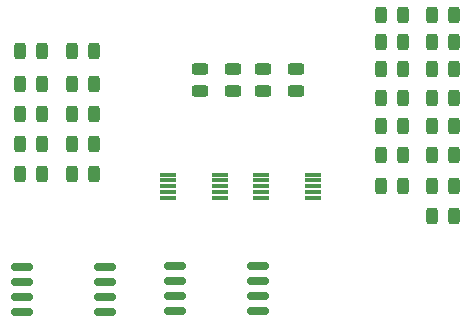
<source format=gtp>
%TF.GenerationSoftware,KiCad,Pcbnew,(6.0.2)*%
%TF.CreationDate,2022-04-01T15:45:15-05:00*%
%TF.ProjectId,bassDrum,62617373-4472-4756-9d2e-6b696361645f,rev?*%
%TF.SameCoordinates,Original*%
%TF.FileFunction,Paste,Top*%
%TF.FilePolarity,Positive*%
%FSLAX46Y46*%
G04 Gerber Fmt 4.6, Leading zero omitted, Abs format (unit mm)*
G04 Created by KiCad (PCBNEW (6.0.2)) date 2022-04-01 15:45:15*
%MOMM*%
%LPD*%
G01*
G04 APERTURE LIST*
G04 Aperture macros list*
%AMRoundRect*
0 Rectangle with rounded corners*
0 $1 Rounding radius*
0 $2 $3 $4 $5 $6 $7 $8 $9 X,Y pos of 4 corners*
0 Add a 4 corners polygon primitive as box body*
4,1,4,$2,$3,$4,$5,$6,$7,$8,$9,$2,$3,0*
0 Add four circle primitives for the rounded corners*
1,1,$1+$1,$2,$3*
1,1,$1+$1,$4,$5*
1,1,$1+$1,$6,$7*
1,1,$1+$1,$8,$9*
0 Add four rect primitives between the rounded corners*
20,1,$1+$1,$2,$3,$4,$5,0*
20,1,$1+$1,$4,$5,$6,$7,0*
20,1,$1+$1,$6,$7,$8,$9,0*
20,1,$1+$1,$8,$9,$2,$3,0*%
G04 Aperture macros list end*
%ADD10R,1.400000X0.300000*%
%ADD11RoundRect,0.150000X-0.800000X-0.150000X0.800000X-0.150000X0.800000X0.150000X-0.800000X0.150000X0*%
%ADD12RoundRect,0.243750X-0.456250X0.243750X-0.456250X-0.243750X0.456250X-0.243750X0.456250X0.243750X0*%
%ADD13RoundRect,0.243750X0.243750X0.456250X-0.243750X0.456250X-0.243750X-0.456250X0.243750X-0.456250X0*%
%ADD14RoundRect,0.243750X-0.243750X-0.456250X0.243750X-0.456250X0.243750X0.456250X-0.243750X0.456250X0*%
G04 APERTURE END LIST*
D10*
%TO.C,U4*%
X147361000Y-99076000D03*
X147361000Y-99576000D03*
X147361000Y-100076000D03*
X147361000Y-100576000D03*
X147361000Y-101076000D03*
X142961000Y-101076000D03*
X142961000Y-100576000D03*
X142961000Y-100076000D03*
X142961000Y-99576000D03*
X142961000Y-99076000D03*
%TD*%
D11*
%TO.C,U3*%
X142692000Y-106857800D03*
X142692000Y-108127800D03*
X142692000Y-109397800D03*
X142692000Y-110667800D03*
X135692000Y-110667800D03*
X135692000Y-109397800D03*
X135692000Y-108127800D03*
X135692000Y-106857800D03*
%TD*%
D10*
%TO.C,U2*%
X139446000Y-99076000D03*
X139446000Y-99576000D03*
X139446000Y-100076000D03*
X139446000Y-100576000D03*
X139446000Y-101076000D03*
X135046000Y-101076000D03*
X135046000Y-100576000D03*
X135046000Y-100076000D03*
X135046000Y-99576000D03*
X135046000Y-99076000D03*
%TD*%
D11*
%TO.C,U1*%
X129738000Y-106883200D03*
X129738000Y-108153200D03*
X129738000Y-109423200D03*
X129738000Y-110693200D03*
X122738000Y-110693200D03*
X122738000Y-109423200D03*
X122738000Y-108153200D03*
X122738000Y-106883200D03*
%TD*%
D12*
%TO.C,R20*%
X140589000Y-92045000D03*
X140589000Y-90170000D03*
%TD*%
%TO.C,R19*%
X137795000Y-92045000D03*
X137795000Y-90170000D03*
%TD*%
D13*
%TO.C,R17*%
X153065000Y-100076000D03*
X154940000Y-100076000D03*
%TD*%
%TO.C,R16*%
X157431500Y-97409000D03*
X159306500Y-97409000D03*
%TD*%
D14*
%TO.C,R15*%
X159306500Y-102616000D03*
X157431500Y-102616000D03*
%TD*%
D12*
%TO.C,R14*%
X145923000Y-92045000D03*
X145923000Y-90170000D03*
%TD*%
%TO.C,R13*%
X143129000Y-92045000D03*
X143129000Y-90170000D03*
%TD*%
D14*
%TO.C,R11*%
X128778000Y-99060000D03*
X126903000Y-99060000D03*
%TD*%
%TO.C,R10*%
X128778000Y-88646000D03*
X126903000Y-88646000D03*
%TD*%
%TO.C,R9*%
X124430000Y-88646000D03*
X122555000Y-88646000D03*
%TD*%
%TO.C,R8*%
X128778000Y-93980000D03*
X126903000Y-93980000D03*
%TD*%
%TO.C,R7*%
X128778000Y-96520000D03*
X126903000Y-96520000D03*
%TD*%
%TO.C,R6*%
X124430000Y-96520000D03*
X122555000Y-96520000D03*
%TD*%
%TO.C,R5*%
X159306500Y-92583000D03*
X157431500Y-92583000D03*
%TD*%
%TO.C,R4*%
X154940000Y-90170000D03*
X153065000Y-90170000D03*
%TD*%
%TO.C,R3*%
X159306500Y-87884000D03*
X157431500Y-87884000D03*
%TD*%
%TO.C,R2*%
X159306500Y-90170000D03*
X157431500Y-90170000D03*
%TD*%
%TO.C,R1*%
X154940000Y-87884000D03*
X153065000Y-87884000D03*
%TD*%
D13*
%TO.C,C12*%
X153065000Y-94996000D03*
X154940000Y-94996000D03*
%TD*%
%TO.C,C11*%
X157431500Y-85598000D03*
X159306500Y-85598000D03*
%TD*%
%TO.C,C9*%
X157431500Y-100076000D03*
X159306500Y-100076000D03*
%TD*%
%TO.C,C8*%
X153065000Y-92583000D03*
X154940000Y-92583000D03*
%TD*%
D14*
%TO.C,C7*%
X154940000Y-97409000D03*
X153065000Y-97409000D03*
%TD*%
D13*
%TO.C,C6*%
X122555000Y-99060000D03*
X124430000Y-99060000D03*
%TD*%
D14*
%TO.C,C5*%
X128778000Y-91440000D03*
X126903000Y-91440000D03*
%TD*%
%TO.C,C4*%
X124430000Y-91440000D03*
X122555000Y-91440000D03*
%TD*%
D13*
%TO.C,C3*%
X122555000Y-93980000D03*
X124430000Y-93980000D03*
%TD*%
%TO.C,C2*%
X157431500Y-94996000D03*
X159306500Y-94996000D03*
%TD*%
D14*
%TO.C,C1*%
X154940000Y-85598000D03*
X153065000Y-85598000D03*
%TD*%
M02*

</source>
